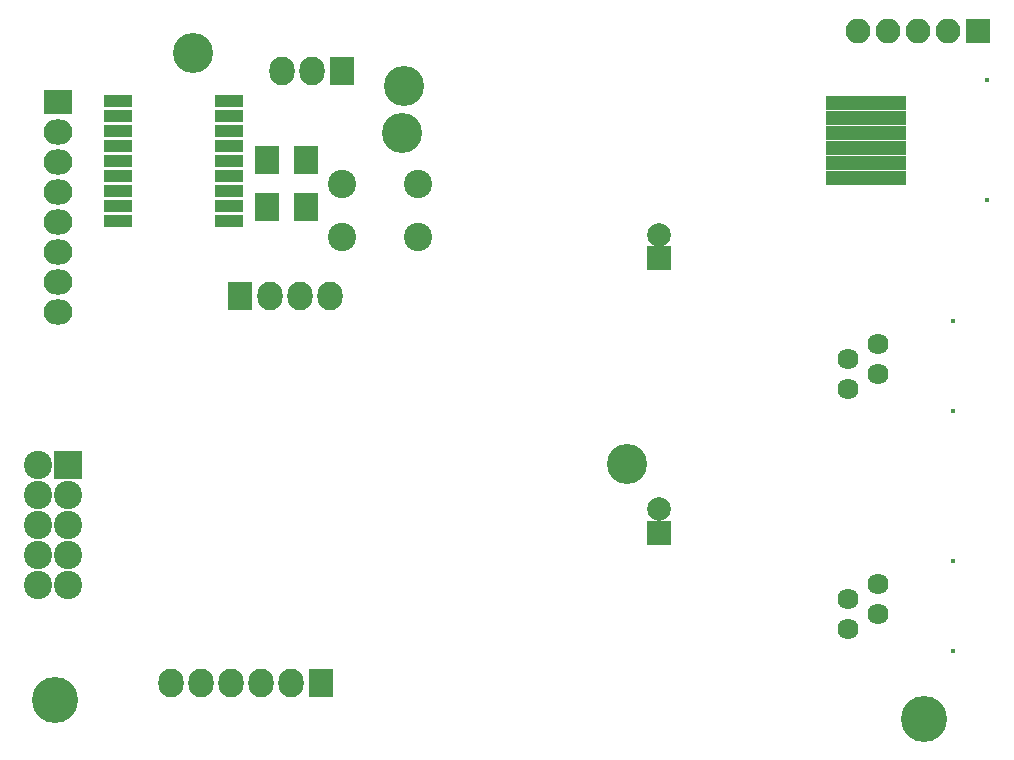
<source format=gbr>
G04 #@! TF.FileFunction,Soldermask,Bot*
%FSLAX46Y46*%
G04 Gerber Fmt 4.6, Leading zero omitted, Abs format (unit mm)*
G04 Created by KiCad (PCBNEW 4.0.7) date Thursday, 23 May 2019 'à' 18:59:53*
%MOMM*%
%LPD*%
G01*
G04 APERTURE LIST*
%ADD10C,0.100000*%
%ADD11R,6.750000X1.160000*%
%ADD12C,0.400000*%
%ADD13R,2.432000X2.127200*%
%ADD14O,2.432000X2.127200*%
%ADD15R,2.127200X2.432000*%
%ADD16O,2.127200X2.432000*%
%ADD17R,2.398980X2.398980*%
%ADD18C,2.398980*%
%ADD19R,2.100000X2.400000*%
%ADD20C,2.400000*%
%ADD21C,3.399740*%
%ADD22R,2.000000X2.000000*%
%ADD23C,2.000000*%
%ADD24C,1.790000*%
%ADD25R,2.100000X2.100000*%
%ADD26O,2.100000X2.100000*%
%ADD27C,3.900120*%
%ADD28R,2.400000X1.000000*%
G04 APERTURE END LIST*
D10*
D11*
X170115000Y-69723000D03*
X170115000Y-70993000D03*
X170115000Y-72263000D03*
X170115000Y-73533000D03*
X170115000Y-74803000D03*
X170115000Y-76073000D03*
D12*
X180340000Y-67818000D03*
X180340000Y-77978000D03*
D13*
X101700000Y-69700000D03*
D14*
X101700000Y-72240000D03*
X101700000Y-74780000D03*
X101700000Y-77320000D03*
X101700000Y-79860000D03*
X101700000Y-82400000D03*
X101700000Y-84940000D03*
X101700000Y-87480000D03*
D15*
X117094000Y-86106000D03*
D16*
X119634000Y-86106000D03*
X122174000Y-86106000D03*
X124714000Y-86106000D03*
D15*
X123952000Y-118872000D03*
D16*
X121412000Y-118872000D03*
X118872000Y-118872000D03*
X116332000Y-118872000D03*
X113792000Y-118872000D03*
X111252000Y-118872000D03*
D15*
X125730000Y-67056000D03*
D16*
X123190000Y-67056000D03*
X120650000Y-67056000D03*
D17*
X102570000Y-100420000D03*
D18*
X100030000Y-100420000D03*
X102570000Y-102960000D03*
X100030000Y-102960000D03*
X102570000Y-105500000D03*
X100030000Y-105500000D03*
X102570000Y-108040000D03*
X100030000Y-108040000D03*
X102570000Y-110580000D03*
X100030000Y-110580000D03*
D19*
X122700000Y-78600000D03*
X122700000Y-74600000D03*
X119400000Y-78600000D03*
X119400000Y-74600000D03*
D20*
X132200000Y-81100000D03*
X132200000Y-76600000D03*
X125700000Y-81100000D03*
X125700000Y-76600000D03*
D21*
X113100000Y-65500000D03*
X131000000Y-68300000D03*
X130800000Y-72300000D03*
X149911000Y-100279000D03*
D22*
X152603000Y-106121000D03*
D23*
X152603000Y-104121000D03*
D22*
X152603000Y-82905600D03*
D23*
X152603000Y-80905600D03*
D24*
X171093000Y-90144600D03*
X168553000Y-91414600D03*
X171093000Y-92684600D03*
X168553000Y-93954600D03*
D12*
X177443000Y-95859600D03*
X177443000Y-88239600D03*
D24*
X171093000Y-110465000D03*
X168553000Y-111735000D03*
X171093000Y-113005000D03*
X168553000Y-114275000D03*
D12*
X177443000Y-116180000D03*
X177443000Y-108560000D03*
D25*
X179578000Y-63627000D03*
D26*
X177038000Y-63627000D03*
X174498000Y-63627000D03*
X171958000Y-63627000D03*
X169418000Y-63627000D03*
D27*
X101400000Y-120300000D03*
X175000000Y-121900000D03*
D28*
X116200000Y-69620000D03*
X116200000Y-70890000D03*
X116200000Y-72160000D03*
X116200000Y-73430000D03*
X116200000Y-74700000D03*
X116200000Y-75970000D03*
X116200000Y-77240000D03*
X116200000Y-78510000D03*
X116200000Y-79780000D03*
X106800000Y-79780000D03*
X106800000Y-78510000D03*
X106800000Y-77240000D03*
X106800000Y-75970000D03*
X106800000Y-74700000D03*
X106800000Y-73430000D03*
X106800000Y-72160000D03*
X106800000Y-70890000D03*
X106800000Y-69620000D03*
M02*

</source>
